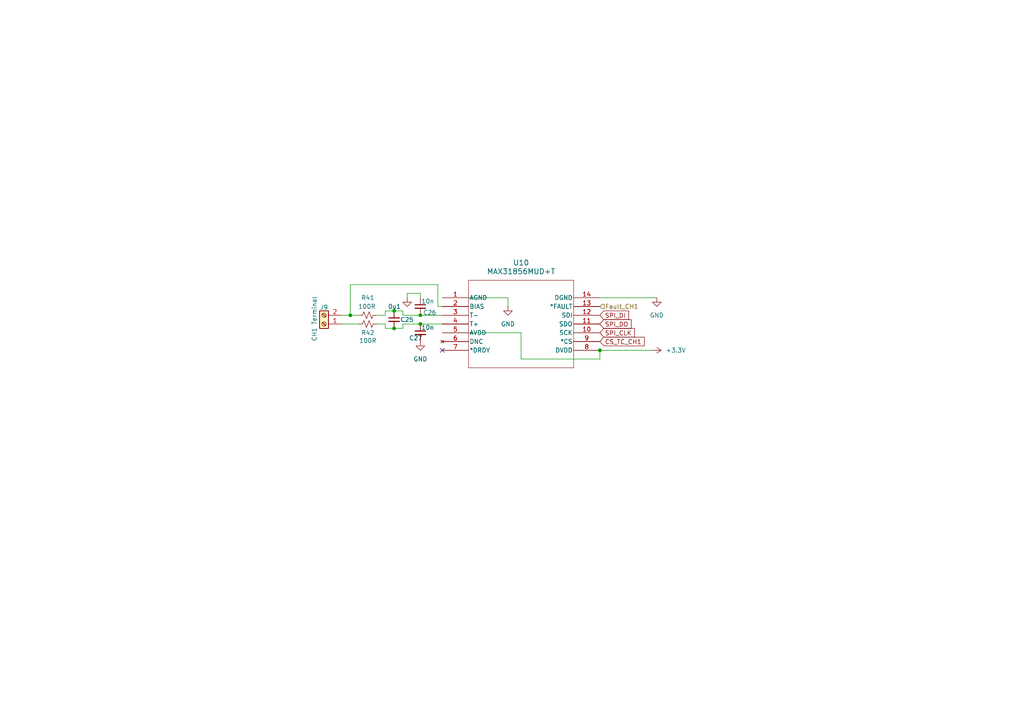
<source format=kicad_sch>
(kicad_sch
	(version 20231120)
	(generator "eeschema")
	(generator_version "8.0")
	(uuid "0a2e9d31-8cbb-4e55-9646-b92e17dc4767")
	(paper "A4")
	(lib_symbols
		(symbol "Connector:Screw_Terminal_01x02"
			(pin_names
				(offset 1.016) hide)
			(exclude_from_sim no)
			(in_bom yes)
			(on_board yes)
			(property "Reference" "J"
				(at 0 2.54 0)
				(effects
					(font
						(size 1.27 1.27)
					)
				)
			)
			(property "Value" "Screw_Terminal_01x02"
				(at 0 -5.08 0)
				(effects
					(font
						(size 1.27 1.27)
					)
				)
			)
			(property "Footprint" ""
				(at 0 0 0)
				(effects
					(font
						(size 1.27 1.27)
					)
					(hide yes)
				)
			)
			(property "Datasheet" "~"
				(at 0 0 0)
				(effects
					(font
						(size 1.27 1.27)
					)
					(hide yes)
				)
			)
			(property "Description" "Generic screw terminal, single row, 01x02, script generated (kicad-library-utils/schlib/autogen/connector/)"
				(at 0 0 0)
				(effects
					(font
						(size 1.27 1.27)
					)
					(hide yes)
				)
			)
			(property "ki_keywords" "screw terminal"
				(at 0 0 0)
				(effects
					(font
						(size 1.27 1.27)
					)
					(hide yes)
				)
			)
			(property "ki_fp_filters" "TerminalBlock*:*"
				(at 0 0 0)
				(effects
					(font
						(size 1.27 1.27)
					)
					(hide yes)
				)
			)
			(symbol "Screw_Terminal_01x02_1_1"
				(rectangle
					(start -1.27 1.27)
					(end 1.27 -3.81)
					(stroke
						(width 0.254)
						(type default)
					)
					(fill
						(type background)
					)
				)
				(circle
					(center 0 -2.54)
					(radius 0.635)
					(stroke
						(width 0.1524)
						(type default)
					)
					(fill
						(type none)
					)
				)
				(polyline
					(pts
						(xy -0.5334 -2.2098) (xy 0.3302 -3.048)
					)
					(stroke
						(width 0.1524)
						(type default)
					)
					(fill
						(type none)
					)
				)
				(polyline
					(pts
						(xy -0.5334 0.3302) (xy 0.3302 -0.508)
					)
					(stroke
						(width 0.1524)
						(type default)
					)
					(fill
						(type none)
					)
				)
				(polyline
					(pts
						(xy -0.3556 -2.032) (xy 0.508 -2.8702)
					)
					(stroke
						(width 0.1524)
						(type default)
					)
					(fill
						(type none)
					)
				)
				(polyline
					(pts
						(xy -0.3556 0.508) (xy 0.508 -0.3302)
					)
					(stroke
						(width 0.1524)
						(type default)
					)
					(fill
						(type none)
					)
				)
				(circle
					(center 0 0)
					(radius 0.635)
					(stroke
						(width 0.1524)
						(type default)
					)
					(fill
						(type none)
					)
				)
				(pin passive line
					(at -5.08 0 0)
					(length 3.81)
					(name "Pin_1"
						(effects
							(font
								(size 1.27 1.27)
							)
						)
					)
					(number "1"
						(effects
							(font
								(size 1.27 1.27)
							)
						)
					)
				)
				(pin passive line
					(at -5.08 -2.54 0)
					(length 3.81)
					(name "Pin_2"
						(effects
							(font
								(size 1.27 1.27)
							)
						)
					)
					(number "2"
						(effects
							(font
								(size 1.27 1.27)
							)
						)
					)
				)
			)
		)
		(symbol "Device:C_Small"
			(pin_numbers hide)
			(pin_names
				(offset 0.254) hide)
			(exclude_from_sim no)
			(in_bom yes)
			(on_board yes)
			(property "Reference" "C"
				(at 0.254 1.778 0)
				(effects
					(font
						(size 1.27 1.27)
					)
					(justify left)
				)
			)
			(property "Value" "C_Small"
				(at 0.254 -2.032 0)
				(effects
					(font
						(size 1.27 1.27)
					)
					(justify left)
				)
			)
			(property "Footprint" ""
				(at 0 0 0)
				(effects
					(font
						(size 1.27 1.27)
					)
					(hide yes)
				)
			)
			(property "Datasheet" "~"
				(at 0 0 0)
				(effects
					(font
						(size 1.27 1.27)
					)
					(hide yes)
				)
			)
			(property "Description" "Unpolarized capacitor, small symbol"
				(at 0 0 0)
				(effects
					(font
						(size 1.27 1.27)
					)
					(hide yes)
				)
			)
			(property "ki_keywords" "capacitor cap"
				(at 0 0 0)
				(effects
					(font
						(size 1.27 1.27)
					)
					(hide yes)
				)
			)
			(property "ki_fp_filters" "C_*"
				(at 0 0 0)
				(effects
					(font
						(size 1.27 1.27)
					)
					(hide yes)
				)
			)
			(symbol "C_Small_0_1"
				(polyline
					(pts
						(xy -1.524 -0.508) (xy 1.524 -0.508)
					)
					(stroke
						(width 0.3302)
						(type default)
					)
					(fill
						(type none)
					)
				)
				(polyline
					(pts
						(xy -1.524 0.508) (xy 1.524 0.508)
					)
					(stroke
						(width 0.3048)
						(type default)
					)
					(fill
						(type none)
					)
				)
			)
			(symbol "C_Small_1_1"
				(pin passive line
					(at 0 2.54 270)
					(length 2.032)
					(name "~"
						(effects
							(font
								(size 1.27 1.27)
							)
						)
					)
					(number "1"
						(effects
							(font
								(size 1.27 1.27)
							)
						)
					)
				)
				(pin passive line
					(at 0 -2.54 90)
					(length 2.032)
					(name "~"
						(effects
							(font
								(size 1.27 1.27)
							)
						)
					)
					(number "2"
						(effects
							(font
								(size 1.27 1.27)
							)
						)
					)
				)
			)
		)
		(symbol "Device:R_Small_US"
			(pin_numbers hide)
			(pin_names
				(offset 0.254) hide)
			(exclude_from_sim no)
			(in_bom yes)
			(on_board yes)
			(property "Reference" "R"
				(at 0.762 0.508 0)
				(effects
					(font
						(size 1.27 1.27)
					)
					(justify left)
				)
			)
			(property "Value" "R_Small_US"
				(at 0.762 -1.016 0)
				(effects
					(font
						(size 1.27 1.27)
					)
					(justify left)
				)
			)
			(property "Footprint" ""
				(at 0 0 0)
				(effects
					(font
						(size 1.27 1.27)
					)
					(hide yes)
				)
			)
			(property "Datasheet" "~"
				(at 0 0 0)
				(effects
					(font
						(size 1.27 1.27)
					)
					(hide yes)
				)
			)
			(property "Description" "Resistor, small US symbol"
				(at 0 0 0)
				(effects
					(font
						(size 1.27 1.27)
					)
					(hide yes)
				)
			)
			(property "ki_keywords" "r resistor"
				(at 0 0 0)
				(effects
					(font
						(size 1.27 1.27)
					)
					(hide yes)
				)
			)
			(property "ki_fp_filters" "R_*"
				(at 0 0 0)
				(effects
					(font
						(size 1.27 1.27)
					)
					(hide yes)
				)
			)
			(symbol "R_Small_US_1_1"
				(polyline
					(pts
						(xy 0 0) (xy 1.016 -0.381) (xy 0 -0.762) (xy -1.016 -1.143) (xy 0 -1.524)
					)
					(stroke
						(width 0)
						(type default)
					)
					(fill
						(type none)
					)
				)
				(polyline
					(pts
						(xy 0 1.524) (xy 1.016 1.143) (xy 0 0.762) (xy -1.016 0.381) (xy 0 0)
					)
					(stroke
						(width 0)
						(type default)
					)
					(fill
						(type none)
					)
				)
				(pin passive line
					(at 0 2.54 270)
					(length 1.016)
					(name "~"
						(effects
							(font
								(size 1.27 1.27)
							)
						)
					)
					(number "1"
						(effects
							(font
								(size 1.27 1.27)
							)
						)
					)
				)
				(pin passive line
					(at 0 -2.54 90)
					(length 1.016)
					(name "~"
						(effects
							(font
								(size 1.27 1.27)
							)
						)
					)
					(number "2"
						(effects
							(font
								(size 1.27 1.27)
							)
						)
					)
				)
			)
		)
		(symbol "MAX31856:MAX31856MUD+T"
			(pin_names
				(offset 0.254)
			)
			(exclude_from_sim no)
			(in_bom yes)
			(on_board yes)
			(property "Reference" "U"
				(at 22.86 10.16 0)
				(effects
					(font
						(size 1.524 1.524)
					)
				)
			)
			(property "Value" "MAX31856MUD+T"
				(at 22.86 7.62 0)
				(effects
					(font
						(size 1.524 1.524)
					)
				)
			)
			(property "Footprint" "21-0066J_14_MXM"
				(at 0 0 0)
				(effects
					(font
						(size 1.27 1.27)
						(italic yes)
					)
					(hide yes)
				)
			)
			(property "Datasheet" "MAX31856MUD+T"
				(at 0 0 0)
				(effects
					(font
						(size 1.27 1.27)
						(italic yes)
					)
					(hide yes)
				)
			)
			(property "Description" ""
				(at 0 0 0)
				(effects
					(font
						(size 1.27 1.27)
					)
					(hide yes)
				)
			)
			(property "ki_locked" ""
				(at 0 0 0)
				(effects
					(font
						(size 1.27 1.27)
					)
				)
			)
			(property "ki_keywords" "MAX31856MUD+T"
				(at 0 0 0)
				(effects
					(font
						(size 1.27 1.27)
					)
					(hide yes)
				)
			)
			(property "ki_fp_filters" "21-0066J_14_MXM 21-0066J_14_MXM-M 21-0066J_14_MXM-L"
				(at 0 0 0)
				(effects
					(font
						(size 1.27 1.27)
					)
					(hide yes)
				)
			)
			(symbol "MAX31856MUD+T_0_1"
				(polyline
					(pts
						(xy 7.62 -20.32) (xy 38.1 -20.32)
					)
					(stroke
						(width 0.127)
						(type default)
					)
					(fill
						(type none)
					)
				)
				(polyline
					(pts
						(xy 7.62 5.08) (xy 7.62 -20.32)
					)
					(stroke
						(width 0.127)
						(type default)
					)
					(fill
						(type none)
					)
				)
				(polyline
					(pts
						(xy 38.1 -20.32) (xy 38.1 5.08)
					)
					(stroke
						(width 0.127)
						(type default)
					)
					(fill
						(type none)
					)
				)
				(polyline
					(pts
						(xy 38.1 5.08) (xy 7.62 5.08)
					)
					(stroke
						(width 0.127)
						(type default)
					)
					(fill
						(type none)
					)
				)
				(pin power_out line
					(at 0 0 0)
					(length 7.62)
					(name "AGND"
						(effects
							(font
								(size 1.27 1.27)
							)
						)
					)
					(number "1"
						(effects
							(font
								(size 1.27 1.27)
							)
						)
					)
				)
				(pin unspecified line
					(at 45.72 -10.16 180)
					(length 7.62)
					(name "SCK"
						(effects
							(font
								(size 1.27 1.27)
							)
						)
					)
					(number "10"
						(effects
							(font
								(size 1.27 1.27)
							)
						)
					)
				)
				(pin unspecified line
					(at 45.72 -7.62 180)
					(length 7.62)
					(name "SDO"
						(effects
							(font
								(size 1.27 1.27)
							)
						)
					)
					(number "11"
						(effects
							(font
								(size 1.27 1.27)
							)
						)
					)
				)
				(pin unspecified line
					(at 45.72 -5.08 180)
					(length 7.62)
					(name "SDI"
						(effects
							(font
								(size 1.27 1.27)
							)
						)
					)
					(number "12"
						(effects
							(font
								(size 1.27 1.27)
							)
						)
					)
				)
				(pin unspecified line
					(at 45.72 -2.54 180)
					(length 7.62)
					(name "*FAULT"
						(effects
							(font
								(size 1.27 1.27)
							)
						)
					)
					(number "13"
						(effects
							(font
								(size 1.27 1.27)
							)
						)
					)
				)
				(pin power_out line
					(at 45.72 0 180)
					(length 7.62)
					(name "DGND"
						(effects
							(font
								(size 1.27 1.27)
							)
						)
					)
					(number "14"
						(effects
							(font
								(size 1.27 1.27)
							)
						)
					)
				)
				(pin unspecified line
					(at 0 -2.54 0)
					(length 7.62)
					(name "BIAS"
						(effects
							(font
								(size 1.27 1.27)
							)
						)
					)
					(number "2"
						(effects
							(font
								(size 1.27 1.27)
							)
						)
					)
				)
				(pin unspecified line
					(at 0 -5.08 0)
					(length 7.62)
					(name "T-"
						(effects
							(font
								(size 1.27 1.27)
							)
						)
					)
					(number "3"
						(effects
							(font
								(size 1.27 1.27)
							)
						)
					)
				)
				(pin unspecified line
					(at 0 -7.62 0)
					(length 7.62)
					(name "T+"
						(effects
							(font
								(size 1.27 1.27)
							)
						)
					)
					(number "4"
						(effects
							(font
								(size 1.27 1.27)
							)
						)
					)
				)
				(pin power_in line
					(at 0 -10.16 0)
					(length 7.62)
					(name "AVDD"
						(effects
							(font
								(size 1.27 1.27)
							)
						)
					)
					(number "5"
						(effects
							(font
								(size 1.27 1.27)
							)
						)
					)
				)
				(pin no_connect line
					(at 0 -12.7 0)
					(length 7.62)
					(name "DNC"
						(effects
							(font
								(size 1.27 1.27)
							)
						)
					)
					(number "6"
						(effects
							(font
								(size 1.27 1.27)
							)
						)
					)
				)
				(pin unspecified line
					(at 0 -15.24 0)
					(length 7.62)
					(name "*DRDY"
						(effects
							(font
								(size 1.27 1.27)
							)
						)
					)
					(number "7"
						(effects
							(font
								(size 1.27 1.27)
							)
						)
					)
				)
				(pin power_in line
					(at 45.72 -15.24 180)
					(length 7.62)
					(name "DVDD"
						(effects
							(font
								(size 1.27 1.27)
							)
						)
					)
					(number "8"
						(effects
							(font
								(size 1.27 1.27)
							)
						)
					)
				)
				(pin unspecified line
					(at 45.72 -12.7 180)
					(length 7.62)
					(name "*CS"
						(effects
							(font
								(size 1.27 1.27)
							)
						)
					)
					(number "9"
						(effects
							(font
								(size 1.27 1.27)
							)
						)
					)
				)
			)
		)
		(symbol "power:+3.3V"
			(power)
			(pin_numbers hide)
			(pin_names
				(offset 0) hide)
			(exclude_from_sim no)
			(in_bom yes)
			(on_board yes)
			(property "Reference" "#PWR"
				(at 0 -3.81 0)
				(effects
					(font
						(size 1.27 1.27)
					)
					(hide yes)
				)
			)
			(property "Value" "+3.3V"
				(at 0 3.556 0)
				(effects
					(font
						(size 1.27 1.27)
					)
				)
			)
			(property "Footprint" ""
				(at 0 0 0)
				(effects
					(font
						(size 1.27 1.27)
					)
					(hide yes)
				)
			)
			(property "Datasheet" ""
				(at 0 0 0)
				(effects
					(font
						(size 1.27 1.27)
					)
					(hide yes)
				)
			)
			(property "Description" "Power symbol creates a global label with name \"+3.3V\""
				(at 0 0 0)
				(effects
					(font
						(size 1.27 1.27)
					)
					(hide yes)
				)
			)
			(property "ki_keywords" "global power"
				(at 0 0 0)
				(effects
					(font
						(size 1.27 1.27)
					)
					(hide yes)
				)
			)
			(symbol "+3.3V_0_1"
				(polyline
					(pts
						(xy -0.762 1.27) (xy 0 2.54)
					)
					(stroke
						(width 0)
						(type default)
					)
					(fill
						(type none)
					)
				)
				(polyline
					(pts
						(xy 0 0) (xy 0 2.54)
					)
					(stroke
						(width 0)
						(type default)
					)
					(fill
						(type none)
					)
				)
				(polyline
					(pts
						(xy 0 2.54) (xy 0.762 1.27)
					)
					(stroke
						(width 0)
						(type default)
					)
					(fill
						(type none)
					)
				)
			)
			(symbol "+3.3V_1_1"
				(pin power_in line
					(at 0 0 90)
					(length 0)
					(name "~"
						(effects
							(font
								(size 1.27 1.27)
							)
						)
					)
					(number "1"
						(effects
							(font
								(size 1.27 1.27)
							)
						)
					)
				)
			)
		)
		(symbol "power:GND"
			(power)
			(pin_numbers hide)
			(pin_names
				(offset 0) hide)
			(exclude_from_sim no)
			(in_bom yes)
			(on_board yes)
			(property "Reference" "#PWR"
				(at 0 -6.35 0)
				(effects
					(font
						(size 1.27 1.27)
					)
					(hide yes)
				)
			)
			(property "Value" "GND"
				(at 0 -3.81 0)
				(effects
					(font
						(size 1.27 1.27)
					)
				)
			)
			(property "Footprint" ""
				(at 0 0 0)
				(effects
					(font
						(size 1.27 1.27)
					)
					(hide yes)
				)
			)
			(property "Datasheet" ""
				(at 0 0 0)
				(effects
					(font
						(size 1.27 1.27)
					)
					(hide yes)
				)
			)
			(property "Description" "Power symbol creates a global label with name \"GND\" , ground"
				(at 0 0 0)
				(effects
					(font
						(size 1.27 1.27)
					)
					(hide yes)
				)
			)
			(property "ki_keywords" "global power"
				(at 0 0 0)
				(effects
					(font
						(size 1.27 1.27)
					)
					(hide yes)
				)
			)
			(symbol "GND_0_1"
				(polyline
					(pts
						(xy 0 0) (xy 0 -1.27) (xy 1.27 -1.27) (xy 0 -2.54) (xy -1.27 -1.27) (xy 0 -1.27)
					)
					(stroke
						(width 0)
						(type default)
					)
					(fill
						(type none)
					)
				)
			)
			(symbol "GND_1_1"
				(pin power_in line
					(at 0 0 270)
					(length 0)
					(name "~"
						(effects
							(font
								(size 1.27 1.27)
							)
						)
					)
					(number "1"
						(effects
							(font
								(size 1.27 1.27)
							)
						)
					)
				)
			)
		)
	)
	(junction
		(at 114.3 90.17)
		(diameter 0)
		(color 0 0 0 0)
		(uuid "01fd7eac-ecbd-40d9-ad41-a06200918b7d")
	)
	(junction
		(at 173.99 101.6)
		(diameter 0)
		(color 0 0 0 0)
		(uuid "1833d80c-6567-4bcb-a1ae-3a4edfbaa8c8")
	)
	(junction
		(at 121.92 93.98)
		(diameter 0)
		(color 0 0 0 0)
		(uuid "4e4b8060-2131-43ba-81cc-82cbae8e1e09")
	)
	(junction
		(at 101.6 91.44)
		(diameter 0)
		(color 0 0 0 0)
		(uuid "5a89a63c-b83d-4cfb-ae58-50dff30dd1ce")
	)
	(junction
		(at 114.3 95.25)
		(diameter 0)
		(color 0 0 0 0)
		(uuid "dd482732-1bd6-4d6e-8b51-2ef25d89db79")
	)
	(junction
		(at 121.92 91.44)
		(diameter 0)
		(color 0 0 0 0)
		(uuid "e9f6544b-c1e1-44db-9240-bdab4a9d1568")
	)
	(no_connect
		(at 128.27 101.6)
		(uuid "bf61aaf4-30b4-480d-8688-7a9f280c3507")
	)
	(wire
		(pts
			(xy 104.14 91.44) (xy 101.6 91.44)
		)
		(stroke
			(width 0)
			(type default)
		)
		(uuid "0659a84d-3c27-4c30-b5c2-0237b4a8f7c7")
	)
	(wire
		(pts
			(xy 173.99 104.14) (xy 173.99 101.6)
		)
		(stroke
			(width 0)
			(type default)
		)
		(uuid "06cdeebe-49b7-4d3c-a422-0a4c1543bd96")
	)
	(wire
		(pts
			(xy 128.27 88.9) (xy 127 88.9)
		)
		(stroke
			(width 0)
			(type default)
		)
		(uuid "0e0f85e5-b682-41d3-a42b-8afa999d43e0")
	)
	(wire
		(pts
			(xy 111.76 93.98) (xy 111.76 95.25)
		)
		(stroke
			(width 0)
			(type default)
		)
		(uuid "18bf08ab-754c-4fba-bd61-f104caf0d0d3")
	)
	(wire
		(pts
			(xy 116.84 91.44) (xy 121.92 91.44)
		)
		(stroke
			(width 0)
			(type default)
		)
		(uuid "24df2d96-9b7b-4e21-84f2-605d660d956d")
	)
	(wire
		(pts
			(xy 114.3 95.25) (xy 116.84 95.25)
		)
		(stroke
			(width 0)
			(type default)
		)
		(uuid "29f8e070-7ef5-4887-b417-c751f365397c")
	)
	(wire
		(pts
			(xy 109.22 91.44) (xy 111.76 91.44)
		)
		(stroke
			(width 0)
			(type default)
		)
		(uuid "2b02240f-7e0c-491b-b6ad-36081fb8dc9c")
	)
	(wire
		(pts
			(xy 121.92 93.98) (xy 128.27 93.98)
		)
		(stroke
			(width 0)
			(type default)
		)
		(uuid "3591f2a4-423c-4df7-8918-8c535b2058c7")
	)
	(wire
		(pts
			(xy 173.99 86.36) (xy 190.5 86.36)
		)
		(stroke
			(width 0)
			(type default)
		)
		(uuid "4d627b9c-fed3-475c-a8fa-4432b4fac757")
	)
	(wire
		(pts
			(xy 109.22 93.98) (xy 111.76 93.98)
		)
		(stroke
			(width 0)
			(type default)
		)
		(uuid "5dda1844-c2f0-43d7-9aa1-6d3338808520")
	)
	(wire
		(pts
			(xy 121.92 91.44) (xy 128.27 91.44)
		)
		(stroke
			(width 0)
			(type default)
		)
		(uuid "5ec4aa4e-d1ca-4ce0-bb40-025c904ba418")
	)
	(wire
		(pts
			(xy 101.6 91.44) (xy 99.06 91.44)
		)
		(stroke
			(width 0)
			(type default)
		)
		(uuid "618af59d-309b-4fd5-aaaa-610da108c8f2")
	)
	(wire
		(pts
			(xy 114.3 90.17) (xy 116.84 90.17)
		)
		(stroke
			(width 0)
			(type default)
		)
		(uuid "6fc900e3-2b5f-4094-907a-bba6a7ae59dc")
	)
	(wire
		(pts
			(xy 127 88.9) (xy 127 82.55)
		)
		(stroke
			(width 0)
			(type default)
		)
		(uuid "71896fb8-63f7-4f68-8b98-c95ba3091ce0")
	)
	(wire
		(pts
			(xy 173.99 101.6) (xy 189.23 101.6)
		)
		(stroke
			(width 0)
			(type default)
		)
		(uuid "79833c1f-ec5f-4f2b-8f1e-a3df6afeb405")
	)
	(wire
		(pts
			(xy 116.84 90.17) (xy 116.84 91.44)
		)
		(stroke
			(width 0)
			(type default)
		)
		(uuid "85da85f6-912b-44b3-8e37-84c40dd4e2fb")
	)
	(wire
		(pts
			(xy 101.6 82.55) (xy 101.6 91.44)
		)
		(stroke
			(width 0)
			(type default)
		)
		(uuid "98d58c24-a9ba-49e9-8a9f-10c7078f1873")
	)
	(wire
		(pts
			(xy 147.32 86.36) (xy 147.32 88.9)
		)
		(stroke
			(width 0)
			(type default)
		)
		(uuid "9d646af4-eb75-45a0-8e3f-541c166461bf")
	)
	(wire
		(pts
			(xy 127 82.55) (xy 101.6 82.55)
		)
		(stroke
			(width 0)
			(type default)
		)
		(uuid "a1e6e61b-a91e-46f0-be3b-8545a43c561a")
	)
	(wire
		(pts
			(xy 128.27 96.52) (xy 151.13 96.52)
		)
		(stroke
			(width 0)
			(type default)
		)
		(uuid "a9260bdf-153a-45a5-bdac-56cf07829e30")
	)
	(wire
		(pts
			(xy 116.84 95.25) (xy 116.84 93.98)
		)
		(stroke
			(width 0)
			(type default)
		)
		(uuid "b0d3f7dd-bf9c-4c73-a1a0-642078c1c582")
	)
	(wire
		(pts
			(xy 121.92 85.09) (xy 118.11 85.09)
		)
		(stroke
			(width 0)
			(type default)
		)
		(uuid "b4979bcd-b471-42a0-b906-97b67ffa3e6f")
	)
	(wire
		(pts
			(xy 118.11 85.09) (xy 118.11 86.36)
		)
		(stroke
			(width 0)
			(type default)
		)
		(uuid "be9805cf-ac73-4834-9e91-56aed7864eb0")
	)
	(wire
		(pts
			(xy 151.13 104.14) (xy 173.99 104.14)
		)
		(stroke
			(width 0)
			(type default)
		)
		(uuid "c3fdca39-64e7-4795-ae10-a08e8f36b665")
	)
	(wire
		(pts
			(xy 151.13 96.52) (xy 151.13 104.14)
		)
		(stroke
			(width 0)
			(type default)
		)
		(uuid "cb9c543b-57f6-40fa-b3ca-f7244a70f9eb")
	)
	(wire
		(pts
			(xy 111.76 95.25) (xy 114.3 95.25)
		)
		(stroke
			(width 0)
			(type default)
		)
		(uuid "d2c9ad75-4742-4189-ab09-086acf632649")
	)
	(wire
		(pts
			(xy 111.76 90.17) (xy 114.3 90.17)
		)
		(stroke
			(width 0)
			(type default)
		)
		(uuid "e162578b-d60d-4782-87af-f710203fe18e")
	)
	(wire
		(pts
			(xy 116.84 93.98) (xy 121.92 93.98)
		)
		(stroke
			(width 0)
			(type default)
		)
		(uuid "ebb836a9-44ad-4e2c-a699-8f0d90276f43")
	)
	(wire
		(pts
			(xy 128.27 86.36) (xy 147.32 86.36)
		)
		(stroke
			(width 0)
			(type default)
		)
		(uuid "f9f440ec-f64c-4d59-8a2e-08420c8f2c3c")
	)
	(wire
		(pts
			(xy 121.92 86.36) (xy 121.92 85.09)
		)
		(stroke
			(width 0)
			(type default)
		)
		(uuid "fd06eed9-0a7f-4b42-8301-f9cb32a84e2d")
	)
	(wire
		(pts
			(xy 111.76 91.44) (xy 111.76 90.17)
		)
		(stroke
			(width 0)
			(type default)
		)
		(uuid "fee9a7b8-a2b9-4529-8952-7167cfb0faeb")
	)
	(wire
		(pts
			(xy 104.14 93.98) (xy 99.06 93.98)
		)
		(stroke
			(width 0)
			(type default)
		)
		(uuid "ff6a11e5-5149-4f7c-909a-06d2b97dc2ed")
	)
	(global_label "SPI_CLK"
		(shape input)
		(at 173.99 96.52 0)
		(fields_autoplaced yes)
		(effects
			(font
				(size 1.27 1.27)
			)
			(justify left)
		)
		(uuid "654464bf-4ec4-499f-bd82-88ef0ae00ca6")
		(property "Intersheetrefs" "${INTERSHEET_REFS}"
			(at 184.5952 96.52 0)
			(effects
				(font
					(size 1.27 1.27)
				)
				(justify left)
				(hide yes)
			)
		)
	)
	(global_label "SPI_DI"
		(shape input)
		(at 173.99 91.44 0)
		(fields_autoplaced yes)
		(effects
			(font
				(size 1.27 1.27)
			)
			(justify left)
		)
		(uuid "91d1f4d7-cfc2-4a24-8f7d-1f5571ee31e4")
		(property "Intersheetrefs" "${INTERSHEET_REFS}"
			(at 182.9019 91.44 0)
			(effects
				(font
					(size 1.27 1.27)
				)
				(justify left)
				(hide yes)
			)
		)
	)
	(global_label "SPI_DO"
		(shape input)
		(at 173.99 93.98 0)
		(fields_autoplaced yes)
		(effects
			(font
				(size 1.27 1.27)
			)
			(justify left)
		)
		(uuid "c94faca7-9063-4c2b-a1ca-d46382082716")
		(property "Intersheetrefs" "${INTERSHEET_REFS}"
			(at 183.6276 93.98 0)
			(effects
				(font
					(size 1.27 1.27)
				)
				(justify left)
				(hide yes)
			)
		)
	)
	(global_label "CS_TC_CH1"
		(shape input)
		(at 173.99 99.06 0)
		(fields_autoplaced yes)
		(effects
			(font
				(size 1.27 1.27)
			)
			(justify left)
		)
		(uuid "f3199083-486b-442f-afcc-e3b428e5b51c")
		(property "Intersheetrefs" "${INTERSHEET_REFS}"
			(at 187.4375 99.06 0)
			(effects
				(font
					(size 1.27 1.27)
				)
				(justify left)
				(hide yes)
			)
		)
	)
	(hierarchical_label "Fault_CH1"
		(shape input)
		(at 173.99 88.9 0)
		(fields_autoplaced yes)
		(effects
			(font
				(size 1.27 1.27)
			)
			(justify left)
		)
		(uuid "dc037e25-6332-4a9c-9272-f5d1495229c9")
	)
	(symbol
		(lib_id "power:GND")
		(at 121.92 99.06 0)
		(unit 1)
		(exclude_from_sim no)
		(in_bom yes)
		(on_board yes)
		(dnp no)
		(fields_autoplaced yes)
		(uuid "2a4ca2eb-f889-43c2-961c-cb63d3a84d01")
		(property "Reference" "#PWR090"
			(at 121.92 105.41 0)
			(effects
				(font
					(size 1.27 1.27)
				)
				(hide yes)
			)
		)
		(property "Value" "GND"
			(at 121.92 104.14 0)
			(effects
				(font
					(size 1.27 1.27)
				)
			)
		)
		(property "Footprint" ""
			(at 121.92 99.06 0)
			(effects
				(font
					(size 1.27 1.27)
				)
				(hide yes)
			)
		)
		(property "Datasheet" ""
			(at 121.92 99.06 0)
			(effects
				(font
					(size 1.27 1.27)
				)
				(hide yes)
			)
		)
		(property "Description" "Power symbol creates a global label with name \"GND\" , ground"
			(at 121.92 99.06 0)
			(effects
				(font
					(size 1.27 1.27)
				)
				(hide yes)
			)
		)
		(pin "1"
			(uuid "5025704a-f557-4017-a2b4-1a6f4b683fcf")
		)
		(instances
			(project "Tartarus Liquid Rocketry Control System"
				(path "/906e79d2-f21c-41e4-84cb-e799c410b05f/62d25d6f-6461-434e-9146-01ab95fc17c7"
					(reference "#PWR090")
					(unit 1)
				)
			)
		)
	)
	(symbol
		(lib_id "power:GND")
		(at 147.32 88.9 0)
		(unit 1)
		(exclude_from_sim no)
		(in_bom yes)
		(on_board yes)
		(dnp no)
		(fields_autoplaced yes)
		(uuid "2c76fafb-c3f3-4f59-ac35-17a19fe53857")
		(property "Reference" "#PWR091"
			(at 147.32 95.25 0)
			(effects
				(font
					(size 1.27 1.27)
				)
				(hide yes)
			)
		)
		(property "Value" "GND"
			(at 147.32 93.98 0)
			(effects
				(font
					(size 1.27 1.27)
				)
			)
		)
		(property "Footprint" ""
			(at 147.32 88.9 0)
			(effects
				(font
					(size 1.27 1.27)
				)
				(hide yes)
			)
		)
		(property "Datasheet" ""
			(at 147.32 88.9 0)
			(effects
				(font
					(size 1.27 1.27)
				)
				(hide yes)
			)
		)
		(property "Description" "Power symbol creates a global label with name \"GND\" , ground"
			(at 147.32 88.9 0)
			(effects
				(font
					(size 1.27 1.27)
				)
				(hide yes)
			)
		)
		(pin "1"
			(uuid "baa95c86-b84f-4a84-9465-599e2087d6c4")
		)
		(instances
			(project "Tartarus Liquid Rocketry Control System"
				(path "/906e79d2-f21c-41e4-84cb-e799c410b05f/62d25d6f-6461-434e-9146-01ab95fc17c7"
					(reference "#PWR091")
					(unit 1)
				)
			)
		)
	)
	(symbol
		(lib_id "power:+3.3V")
		(at 189.23 101.6 270)
		(unit 1)
		(exclude_from_sim no)
		(in_bom yes)
		(on_board yes)
		(dnp no)
		(fields_autoplaced yes)
		(uuid "353eb49a-722b-4130-9379-748a40aedf2f")
		(property "Reference" "#PWR092"
			(at 185.42 101.6 0)
			(effects
				(font
					(size 1.27 1.27)
				)
				(hide yes)
			)
		)
		(property "Value" "+3.3V"
			(at 193.04 101.5999 90)
			(effects
				(font
					(size 1.27 1.27)
				)
				(justify left)
			)
		)
		(property "Footprint" ""
			(at 189.23 101.6 0)
			(effects
				(font
					(size 1.27 1.27)
				)
				(hide yes)
			)
		)
		(property "Datasheet" ""
			(at 189.23 101.6 0)
			(effects
				(font
					(size 1.27 1.27)
				)
				(hide yes)
			)
		)
		(property "Description" "Power symbol creates a global label with name \"+3.3V\""
			(at 189.23 101.6 0)
			(effects
				(font
					(size 1.27 1.27)
				)
				(hide yes)
			)
		)
		(pin "1"
			(uuid "14a58908-7fe9-4cf0-b120-4df60be18cfc")
		)
		(instances
			(project "Tartarus Liquid Rocketry Control System"
				(path "/906e79d2-f21c-41e4-84cb-e799c410b05f/62d25d6f-6461-434e-9146-01ab95fc17c7"
					(reference "#PWR092")
					(unit 1)
				)
			)
		)
	)
	(symbol
		(lib_id "Device:C_Small")
		(at 121.92 88.9 0)
		(unit 1)
		(exclude_from_sim no)
		(in_bom yes)
		(on_board yes)
		(dnp no)
		(uuid "49c89a40-ef5f-4998-998b-8db3062fbe25")
		(property "Reference" "C26"
			(at 122.682 90.678 0)
			(effects
				(font
					(size 1.27 1.27)
				)
				(justify left)
			)
		)
		(property "Value" "10n"
			(at 122.174 87.376 0)
			(effects
				(font
					(size 1.27 1.27)
				)
				(justify left)
			)
		)
		(property "Footprint" ""
			(at 121.92 88.9 0)
			(effects
				(font
					(size 1.27 1.27)
				)
				(hide yes)
			)
		)
		(property "Datasheet" "~"
			(at 121.92 88.9 0)
			(effects
				(font
					(size 1.27 1.27)
				)
				(hide yes)
			)
		)
		(property "Description" "Unpolarized capacitor, small symbol"
			(at 121.92 88.9 0)
			(effects
				(font
					(size 1.27 1.27)
				)
				(hide yes)
			)
		)
		(pin "2"
			(uuid "1946fe1d-6ed5-4190-8855-e7c11eb74662")
		)
		(pin "1"
			(uuid "0f57704e-ced4-4140-abc0-0a93204daf26")
		)
		(instances
			(project "Tartarus Liquid Rocketry Control System"
				(path "/906e79d2-f21c-41e4-84cb-e799c410b05f/62d25d6f-6461-434e-9146-01ab95fc17c7"
					(reference "C26")
					(unit 1)
				)
			)
		)
	)
	(symbol
		(lib_id "Device:R_Small_US")
		(at 106.68 91.44 90)
		(unit 1)
		(exclude_from_sim no)
		(in_bom yes)
		(on_board yes)
		(dnp no)
		(uuid "58e01a43-3a2f-4414-995b-581241fddcad")
		(property "Reference" "R41"
			(at 106.68 86.36 90)
			(effects
				(font
					(size 1.27 1.27)
				)
			)
		)
		(property "Value" "100R"
			(at 106.426 88.9 90)
			(effects
				(font
					(size 1.27 1.27)
				)
			)
		)
		(property "Footprint" ""
			(at 106.68 91.44 0)
			(effects
				(font
					(size 1.27 1.27)
				)
				(hide yes)
			)
		)
		(property "Datasheet" "~"
			(at 106.68 91.44 0)
			(effects
				(font
					(size 1.27 1.27)
				)
				(hide yes)
			)
		)
		(property "Description" "Resistor, small US symbol"
			(at 106.68 91.44 0)
			(effects
				(font
					(size 1.27 1.27)
				)
				(hide yes)
			)
		)
		(pin "2"
			(uuid "ed5fe203-c33c-4673-b14f-f8c2cf10aa69")
		)
		(pin "1"
			(uuid "5ef2ead7-15a0-40ac-921f-b25d3d761729")
		)
		(instances
			(project "Tartarus Liquid Rocketry Control System"
				(path "/906e79d2-f21c-41e4-84cb-e799c410b05f/62d25d6f-6461-434e-9146-01ab95fc17c7"
					(reference "R41")
					(unit 1)
				)
			)
		)
	)
	(symbol
		(lib_id "power:GND")
		(at 190.5 86.36 0)
		(unit 1)
		(exclude_from_sim no)
		(in_bom yes)
		(on_board yes)
		(dnp no)
		(fields_autoplaced yes)
		(uuid "661fea31-be7f-4066-9bd1-4385bd1ea4f3")
		(property "Reference" "#PWR093"
			(at 190.5 92.71 0)
			(effects
				(font
					(size 1.27 1.27)
				)
				(hide yes)
			)
		)
		(property "Value" "GND"
			(at 190.5 91.44 0)
			(effects
				(font
					(size 1.27 1.27)
				)
			)
		)
		(property "Footprint" ""
			(at 190.5 86.36 0)
			(effects
				(font
					(size 1.27 1.27)
				)
				(hide yes)
			)
		)
		(property "Datasheet" ""
			(at 190.5 86.36 0)
			(effects
				(font
					(size 1.27 1.27)
				)
				(hide yes)
			)
		)
		(property "Description" "Power symbol creates a global label with name \"GND\" , ground"
			(at 190.5 86.36 0)
			(effects
				(font
					(size 1.27 1.27)
				)
				(hide yes)
			)
		)
		(pin "1"
			(uuid "85cdca6e-5c68-4adb-abdf-6302c802930e")
		)
		(instances
			(project "Tartarus Liquid Rocketry Control System"
				(path "/906e79d2-f21c-41e4-84cb-e799c410b05f/62d25d6f-6461-434e-9146-01ab95fc17c7"
					(reference "#PWR093")
					(unit 1)
				)
			)
		)
	)
	(symbol
		(lib_id "MAX31856:MAX31856MUD+T")
		(at 128.27 86.36 0)
		(unit 1)
		(exclude_from_sim no)
		(in_bom yes)
		(on_board yes)
		(dnp no)
		(fields_autoplaced yes)
		(uuid "804825de-82bf-437b-a4ac-50a9984324ee")
		(property "Reference" "U10"
			(at 151.13 76.2 0)
			(effects
				(font
					(size 1.524 1.524)
				)
			)
		)
		(property "Value" "MAX31856MUD+T"
			(at 151.13 78.74 0)
			(effects
				(font
					(size 1.524 1.524)
				)
			)
		)
		(property "Footprint" ""
			(at 128.27 86.36 0)
			(effects
				(font
					(size 1.27 1.27)
					(italic yes)
				)
				(hide yes)
			)
		)
		(property "Datasheet" "MAX31856MUD+T"
			(at 128.27 86.36 0)
			(effects
				(font
					(size 1.27 1.27)
					(italic yes)
				)
				(hide yes)
			)
		)
		(property "Description" ""
			(at 128.27 86.36 0)
			(effects
				(font
					(size 1.27 1.27)
				)
				(hide yes)
			)
		)
		(pin "9"
			(uuid "8d4fffba-9a80-47cc-9527-ea90ea5fea91")
		)
		(pin "6"
			(uuid "1c7041aa-8033-4b74-a8a6-d6a75591c64b")
		)
		(pin "8"
			(uuid "1c66d127-fd0f-4248-9247-eb321d4f3cc6")
		)
		(pin "7"
			(uuid "aa52f5de-4a4e-4bd8-80ec-4e4962cbc62b")
		)
		(pin "13"
			(uuid "25d3af7a-87ab-43ef-b50b-631fb9f87cb6")
		)
		(pin "12"
			(uuid "a0dc42d3-8438-4456-bbcc-c7c470cf1f68")
		)
		(pin "14"
			(uuid "3a13709e-3299-42c8-af16-d5510a26bb08")
		)
		(pin "1"
			(uuid "208c898b-c284-4241-9bfc-75d851b13b72")
		)
		(pin "5"
			(uuid "70fa9b56-0295-4836-8038-12cf13f5246e")
		)
		(pin "4"
			(uuid "4505c2c7-070e-4c6d-8c57-658773e9fcaf")
		)
		(pin "11"
			(uuid "2378e3e4-3f89-4998-943d-980b525e4690")
		)
		(pin "2"
			(uuid "f90d19d8-cbb4-4a8f-864b-88b2a3056643")
		)
		(pin "3"
			(uuid "19cc76bd-6e7d-4585-92ca-8e0ca6109b1b")
		)
		(pin "10"
			(uuid "2897dfce-a5d6-4215-a1ce-9931a69cdbb5")
		)
		(instances
			(project "Tartarus Liquid Rocketry Control System"
				(path "/906e79d2-f21c-41e4-84cb-e799c410b05f/62d25d6f-6461-434e-9146-01ab95fc17c7"
					(reference "U10")
					(unit 1)
				)
			)
		)
	)
	(symbol
		(lib_id "Device:R_Small_US")
		(at 106.68 93.98 90)
		(unit 1)
		(exclude_from_sim no)
		(in_bom yes)
		(on_board yes)
		(dnp no)
		(uuid "8574081b-0887-4b5e-b655-d55c1ab566fe")
		(property "Reference" "R42"
			(at 106.68 96.52 90)
			(effects
				(font
					(size 1.27 1.27)
				)
			)
		)
		(property "Value" "100R"
			(at 106.68 98.806 90)
			(effects
				(font
					(size 1.27 1.27)
				)
			)
		)
		(property "Footprint" ""
			(at 106.68 93.98 0)
			(effects
				(font
					(size 1.27 1.27)
				)
				(hide yes)
			)
		)
		(property "Datasheet" "~"
			(at 106.68 93.98 0)
			(effects
				(font
					(size 1.27 1.27)
				)
				(hide yes)
			)
		)
		(property "Description" "Resistor, small US symbol"
			(at 106.68 93.98 0)
			(effects
				(font
					(size 1.27 1.27)
				)
				(hide yes)
			)
		)
		(pin "2"
			(uuid "14dc6cc8-8978-4140-bbcc-e852112fb5af")
		)
		(pin "1"
			(uuid "f1940a70-bb26-4d4b-b261-3c89ca1cc589")
		)
		(instances
			(project "Tartarus Liquid Rocketry Control System"
				(path "/906e79d2-f21c-41e4-84cb-e799c410b05f/62d25d6f-6461-434e-9146-01ab95fc17c7"
					(reference "R42")
					(unit 1)
				)
			)
		)
	)
	(symbol
		(lib_id "Connector:Screw_Terminal_01x02")
		(at 93.98 93.98 180)
		(unit 1)
		(exclude_from_sim no)
		(in_bom yes)
		(on_board yes)
		(dnp no)
		(uuid "a37e9b22-7709-49c7-8db6-03a4043eaf40")
		(property "Reference" "J9"
			(at 93.98 89.154 0)
			(effects
				(font
					(size 1.27 1.27)
				)
			)
		)
		(property "Value" "CH1 Terminal"
			(at 91.186 92.456 90)
			(effects
				(font
					(size 1.27 1.27)
				)
			)
		)
		(property "Footprint" ""
			(at 93.98 93.98 0)
			(effects
				(font
					(size 1.27 1.27)
				)
				(hide yes)
			)
		)
		(property "Datasheet" "~"
			(at 93.98 93.98 0)
			(effects
				(font
					(size 1.27 1.27)
				)
				(hide yes)
			)
		)
		(property "Description" "Generic screw terminal, single row, 01x02, script generated (kicad-library-utils/schlib/autogen/connector/)"
			(at 93.98 93.98 0)
			(effects
				(font
					(size 1.27 1.27)
				)
				(hide yes)
			)
		)
		(pin "2"
			(uuid "9c141926-8278-400c-9ecf-fd8d4ea97a3a")
		)
		(pin "1"
			(uuid "788bc5c4-6ca6-4447-b520-f3a9a17b4a09")
		)
		(instances
			(project "Tartarus Liquid Rocketry Control System"
				(path "/906e79d2-f21c-41e4-84cb-e799c410b05f/62d25d6f-6461-434e-9146-01ab95fc17c7"
					(reference "J9")
					(unit 1)
				)
			)
		)
	)
	(symbol
		(lib_id "Device:C_Small")
		(at 121.92 96.52 0)
		(unit 1)
		(exclude_from_sim no)
		(in_bom yes)
		(on_board yes)
		(dnp no)
		(uuid "b7ec7956-ca9f-42a4-b46b-b33fde970bc5")
		(property "Reference" "C27"
			(at 118.618 98.044 0)
			(effects
				(font
					(size 1.27 1.27)
				)
				(justify left)
			)
		)
		(property "Value" "10n"
			(at 122.174 94.996 0)
			(effects
				(font
					(size 1.27 1.27)
				)
				(justify left)
			)
		)
		(property "Footprint" ""
			(at 121.92 96.52 0)
			(effects
				(font
					(size 1.27 1.27)
				)
				(hide yes)
			)
		)
		(property "Datasheet" "~"
			(at 121.92 96.52 0)
			(effects
				(font
					(size 1.27 1.27)
				)
				(hide yes)
			)
		)
		(property "Description" "Unpolarized capacitor, small symbol"
			(at 121.92 96.52 0)
			(effects
				(font
					(size 1.27 1.27)
				)
				(hide yes)
			)
		)
		(pin "2"
			(uuid "920fed9b-326c-4cb2-bd11-9744876227db")
		)
		(pin "1"
			(uuid "48f0bec2-9356-400a-b0b7-ad2aae936344")
		)
		(instances
			(project "Tartarus Liquid Rocketry Control System"
				(path "/906e79d2-f21c-41e4-84cb-e799c410b05f/62d25d6f-6461-434e-9146-01ab95fc17c7"
					(reference "C27")
					(unit 1)
				)
			)
		)
	)
	(symbol
		(lib_id "Device:C_Small")
		(at 114.3 92.71 0)
		(unit 1)
		(exclude_from_sim no)
		(in_bom yes)
		(on_board yes)
		(dnp no)
		(uuid "cbc06c86-5c55-457f-964c-03d2fbd49e45")
		(property "Reference" "C25"
			(at 116.078 92.71 0)
			(effects
				(font
					(size 1.27 1.27)
				)
				(justify left)
			)
		)
		(property "Value" "0u1"
			(at 112.522 88.9 0)
			(effects
				(font
					(size 1.27 1.27)
				)
				(justify left)
			)
		)
		(property "Footprint" ""
			(at 114.3 92.71 0)
			(effects
				(font
					(size 1.27 1.27)
				)
				(hide yes)
			)
		)
		(property "Datasheet" "~"
			(at 114.3 92.71 0)
			(effects
				(font
					(size 1.27 1.27)
				)
				(hide yes)
			)
		)
		(property "Description" "Unpolarized capacitor, small symbol"
			(at 114.3 92.71 0)
			(effects
				(font
					(size 1.27 1.27)
				)
				(hide yes)
			)
		)
		(pin "2"
			(uuid "3093ebb4-67ba-4d68-820e-26b9b3c2f9e1")
		)
		(pin "1"
			(uuid "72a67449-5b80-4f59-b1c1-37bd68ed22d4")
		)
		(instances
			(project "Tartarus Liquid Rocketry Control System"
				(path "/906e79d2-f21c-41e4-84cb-e799c410b05f/62d25d6f-6461-434e-9146-01ab95fc17c7"
					(reference "C25")
					(unit 1)
				)
			)
		)
	)
	(symbol
		(lib_id "power:GND")
		(at 118.11 86.36 0)
		(unit 1)
		(exclude_from_sim no)
		(in_bom yes)
		(on_board yes)
		(dnp no)
		(fields_autoplaced yes)
		(uuid "d65a07cb-42a0-4f74-9ebb-0f9637f8357e")
		(property "Reference" "#PWR089"
			(at 118.11 92.71 0)
			(effects
				(font
					(size 1.27 1.27)
				)
				(hide yes)
			)
		)
		(property "Value" "GND"
			(at 118.11 91.44 0)
			(effects
				(font
					(size 1.27 1.27)
				)
				(hide yes)
			)
		)
		(property "Footprint" ""
			(at 118.11 86.36 0)
			(effects
				(font
					(size 1.27 1.27)
				)
				(hide yes)
			)
		)
		(property "Datasheet" ""
			(at 118.11 86.36 0)
			(effects
				(font
					(size 1.27 1.27)
				)
				(hide yes)
			)
		)
		(property "Description" "Power symbol creates a global label with name \"GND\" , ground"
			(at 118.11 86.36 0)
			(effects
				(font
					(size 1.27 1.27)
				)
				(hide yes)
			)
		)
		(pin "1"
			(uuid "2a04a7b5-df50-4c76-8425-7e12350ec0f2")
		)
		(instances
			(project "Tartarus Liquid Rocketry Control System"
				(path "/906e79d2-f21c-41e4-84cb-e799c410b05f/62d25d6f-6461-434e-9146-01ab95fc17c7"
					(reference "#PWR089")
					(unit 1)
				)
			)
		)
	)
)

</source>
